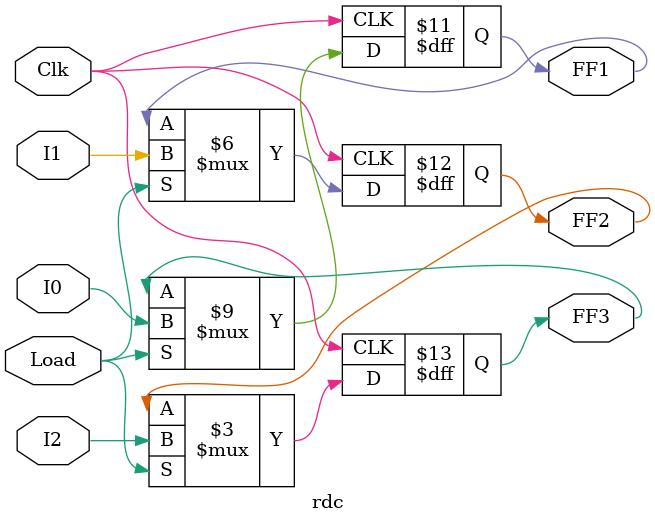
<source format=v>
module rdc(Clk, FF1, FF2, FF3, I0, I1, I2, Load);
  input wire Clk, I0, I1, I2, Load;
  output reg FF1, FF2, FF3;
  always @(posedge Clk) begin
    if(Load) begin
      FF1 <= I0;
      FF2 <= I1;
      FF3 <= I2;
    end

    else begin
      FF3 <= FF2;
      FF2 <= FF1;
      FF1 <= FF3;
    end

  end
endmodule

</source>
